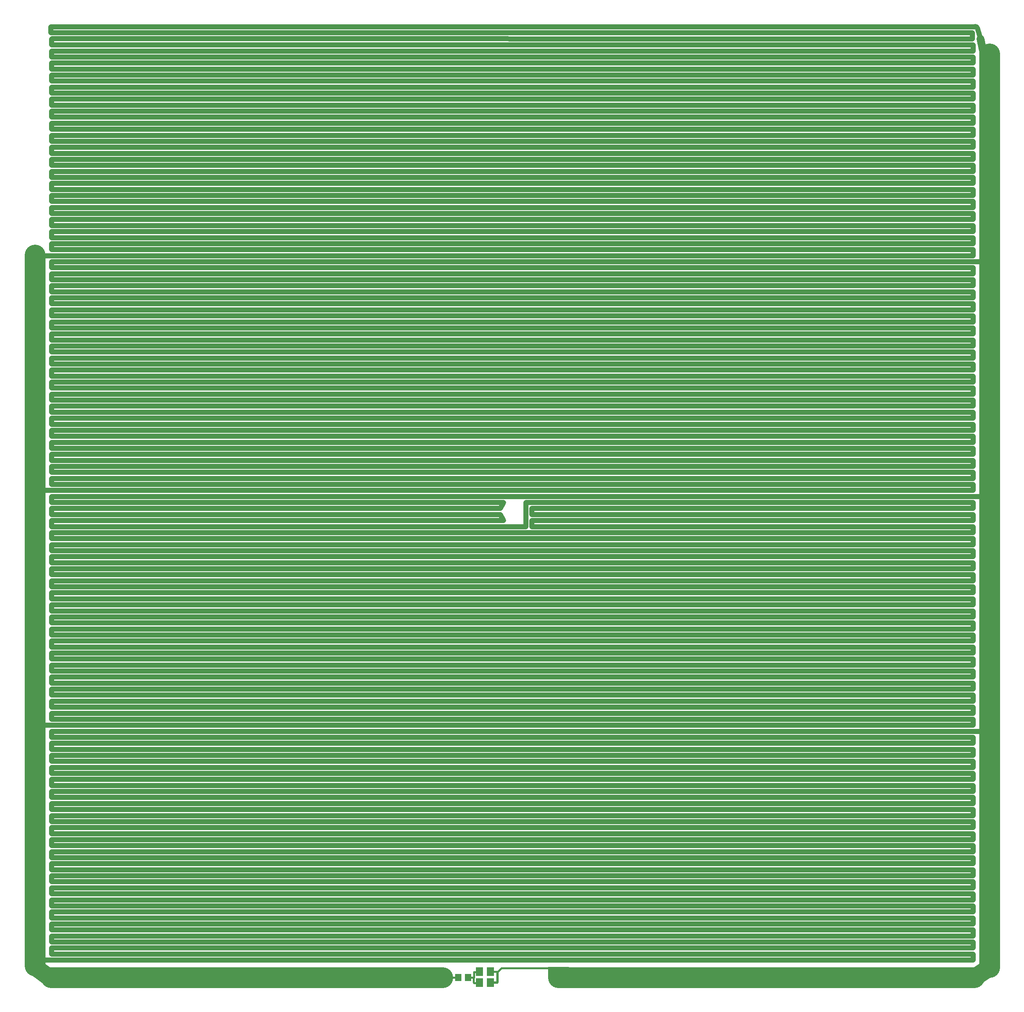
<source format=gbl>
G75*
G70*
%OFA0B0*%
%FSLAX24Y24*%
%IPPOS*%
%LPD*%
%AMOC8*
5,1,8,0,0,1.08239X$1,22.5*
%
%ADD10R,0.0583X0.0630*%
%ADD11R,0.0583X0.0634*%
%ADD12R,0.0850X0.1772*%
%ADD13R,0.0594X0.0756*%
%ADD14R,0.0618X0.0756*%
%ADD15R,0.0480X0.0575*%
%ADD16R,0.0508X0.0587*%
%ADD17R,0.0508X0.0665*%
%ADD18R,0.0524X0.0654*%
%ADD19R,0.0535X0.0697*%
%ADD20R,0.0512X0.0685*%
%ADD21R,0.9583X0.1610*%
%ADD22R,0.9606X0.1646*%
%ADD23C,0.0433*%
%ADD24C,0.1772*%
%ADD25C,0.1299*%
%ADD26C,0.0120*%
%ADD27C,0.0500*%
%ADD28C,0.0660*%
%ADD29C,0.0160*%
%ADD30C,0.1500*%
D10*
X039092Y003176D03*
D11*
X038273Y003178D03*
D12*
G36*
X047660Y004085D02*
X047665Y003236D01*
X045894Y003227D01*
X045889Y004076D01*
X047660Y004085D01*
G37*
D13*
X040074Y003664D03*
X040074Y002751D03*
D14*
X040992Y002751D03*
X040992Y003664D03*
D15*
X038289Y003180D03*
D16*
X039090Y003186D03*
D17*
X040078Y003658D03*
D18*
X041000Y003644D03*
D19*
X040080Y002737D03*
D20*
X040990Y002739D03*
D21*
X031958Y003190D03*
D22*
X051454Y003156D03*
D23*
X003078Y002863D02*
X002212Y003493D01*
X002212Y003572D02*
X003157Y002784D01*
X003196Y004674D02*
X082015Y004674D01*
X082015Y005186D01*
X003708Y005186D01*
X003708Y005698D01*
X082015Y005698D01*
X082015Y006209D01*
X003708Y006209D01*
X003708Y006721D01*
X082015Y006721D01*
X082015Y007233D01*
X003708Y007233D01*
X003708Y007745D01*
X082015Y007745D01*
X082015Y008257D01*
X003708Y008257D01*
X003708Y008769D01*
X082015Y008769D01*
X082015Y009280D01*
X003708Y009280D01*
X003708Y009792D01*
X082015Y009792D01*
X082015Y010304D01*
X003708Y010304D01*
X003708Y010816D01*
X082015Y010816D01*
X082015Y011328D01*
X003708Y011328D01*
X003708Y011839D01*
X082015Y011839D01*
X082015Y012351D01*
X003708Y012351D01*
X003708Y012863D01*
X082015Y012863D01*
X082015Y013375D01*
X003708Y013375D01*
X003708Y013887D01*
X082015Y013887D01*
X082015Y014398D01*
X003708Y014398D01*
X003708Y014910D01*
X082015Y014910D01*
X082015Y015422D01*
X003708Y015422D01*
X003708Y015934D01*
X082015Y015934D01*
X082015Y016446D01*
X003708Y016446D01*
X003708Y016957D01*
X082015Y016957D01*
X082015Y017469D01*
X003708Y017469D01*
X003708Y017981D01*
X082015Y017981D01*
X082015Y018493D01*
X003708Y018493D01*
X003708Y019005D01*
X082015Y019005D01*
X082015Y019517D01*
X003708Y019517D01*
X003708Y020028D01*
X082015Y020028D01*
X082015Y020540D01*
X003708Y020540D01*
X003708Y021052D01*
X082015Y021052D01*
X082015Y021564D01*
X003708Y021564D01*
X003708Y022076D01*
X082015Y022076D01*
X082015Y022587D01*
X003708Y022587D01*
X003708Y023099D01*
X082015Y023099D01*
X082015Y023611D01*
X003708Y023611D01*
X003708Y024123D01*
X082527Y024123D01*
X082015Y024635D02*
X082015Y025146D01*
X003708Y025146D01*
X003708Y025658D01*
X082015Y025658D01*
X082015Y026170D01*
X003708Y026170D01*
X003708Y026682D01*
X082015Y026682D01*
X082015Y027194D01*
X003708Y027194D01*
X003708Y027706D01*
X082015Y027706D01*
X082015Y028217D01*
X003708Y028217D01*
X003708Y028729D01*
X082015Y028729D01*
X082015Y029241D01*
X003708Y029241D01*
X003708Y029753D01*
X082015Y029753D01*
X082015Y030265D01*
X003708Y030265D01*
X003708Y030776D01*
X082015Y030776D01*
X082015Y031288D01*
X003708Y031288D01*
X003708Y031800D01*
X082015Y031800D01*
X082015Y032312D01*
X003708Y032312D01*
X003708Y032824D01*
X082015Y032824D01*
X082015Y033335D01*
X003708Y033335D01*
X003708Y033847D01*
X082015Y033847D01*
X082015Y034359D01*
X003708Y034359D01*
X003708Y034871D01*
X082015Y034871D01*
X082015Y035383D01*
X003708Y035383D01*
X003708Y035894D01*
X082015Y035894D01*
X082015Y036406D01*
X003708Y036406D01*
X003708Y036918D01*
X082015Y036918D01*
X082015Y037430D01*
X003708Y037430D01*
X003708Y037942D01*
X082015Y037942D01*
X082015Y038454D01*
X003708Y038454D01*
X003708Y038965D01*
X082015Y038965D01*
X082015Y039477D01*
X003708Y039477D01*
X003708Y039989D01*
X082015Y039989D01*
X082015Y040501D01*
X003708Y040501D01*
X003708Y041013D01*
X082015Y041013D01*
X082015Y041524D01*
X044495Y041524D01*
X044495Y042036D01*
X082015Y042036D01*
X082015Y042548D01*
X044495Y042548D01*
X044495Y043060D01*
X045046Y043060D01*
X081464Y043060D01*
X082015Y043060D01*
X082015Y043572D01*
X081464Y043572D01*
X044535Y043572D01*
X043983Y043572D01*
X043983Y041524D01*
X003708Y041524D01*
X003708Y042036D01*
X042094Y042036D01*
X041818Y042548D01*
X003708Y042548D01*
X003708Y043060D01*
X041818Y043060D01*
X042094Y043572D01*
X003708Y043572D01*
X003708Y044083D01*
X082527Y044083D01*
X082015Y044595D02*
X082015Y045107D01*
X003708Y045107D01*
X003708Y045619D01*
X082015Y045619D01*
X082015Y046131D01*
X003708Y046131D01*
X003708Y046643D01*
X082015Y046643D01*
X082015Y047154D01*
X003708Y047154D01*
X003708Y047666D01*
X082015Y047666D01*
X082015Y048178D01*
X003708Y048178D01*
X003708Y048690D01*
X082015Y048690D01*
X082015Y049202D01*
X003708Y049202D01*
X003708Y049713D01*
X082015Y049713D01*
X082015Y050225D01*
X003708Y050225D01*
X003708Y050737D01*
X082015Y050737D01*
X082015Y051249D01*
X003708Y051249D01*
X003708Y051761D01*
X082015Y051761D01*
X082015Y052272D01*
X003708Y052272D01*
X003708Y052784D01*
X082015Y052784D01*
X082015Y053296D01*
X003708Y053296D01*
X003708Y053808D01*
X082015Y053808D01*
X082015Y054320D01*
X003708Y054320D01*
X003708Y054831D01*
X082015Y054831D01*
X082015Y055343D01*
X003708Y055343D01*
X003708Y055855D01*
X082015Y055855D01*
X082015Y056367D01*
X003708Y056367D01*
X003708Y056879D01*
X082015Y056879D01*
X082015Y057391D01*
X003708Y057391D01*
X003708Y057902D01*
X082015Y057902D01*
X082015Y058414D01*
X003708Y058414D01*
X003708Y058926D01*
X082015Y058926D01*
X082015Y059438D01*
X003708Y059438D01*
X003708Y059950D01*
X082015Y059950D01*
X082015Y060461D01*
X003708Y060461D01*
X003708Y060973D01*
X082015Y060973D01*
X082015Y061485D01*
X003708Y061485D01*
X003708Y061997D01*
X082015Y061997D01*
X082015Y062509D01*
X003708Y062509D01*
X003708Y063020D01*
X082015Y063020D01*
X082015Y063532D01*
X003708Y063532D01*
X003708Y064044D01*
X082527Y064044D01*
X082015Y064556D02*
X003196Y064556D01*
X003708Y065068D02*
X003708Y065580D01*
X082015Y065580D01*
X082015Y066091D01*
X003708Y066091D01*
X003708Y066603D01*
X082015Y066603D01*
X082015Y067115D01*
X003708Y067115D01*
X003708Y067627D01*
X082015Y067627D01*
X082015Y068139D01*
X003708Y068139D01*
X003708Y068650D01*
X082015Y068650D01*
X082015Y069162D01*
X003708Y069162D01*
X003708Y069674D01*
X082015Y069674D01*
X082015Y070186D01*
X003708Y070186D01*
X003708Y070698D01*
X082015Y070698D01*
X082015Y071209D01*
X003708Y071209D01*
X003708Y071721D01*
X082015Y071721D01*
X082015Y072233D01*
X003708Y072233D01*
X003708Y072745D01*
X082015Y072745D01*
X082015Y073257D01*
X003708Y073257D01*
X003708Y073769D01*
X082015Y073769D01*
X082015Y074280D01*
X003708Y074280D01*
X003708Y074792D01*
X082015Y074792D01*
X082015Y075304D01*
X003708Y075304D01*
X003708Y075816D01*
X082015Y075816D01*
X082015Y076328D01*
X003708Y076328D01*
X003708Y076839D01*
X082015Y076839D01*
X082015Y077351D01*
X003708Y077351D01*
X003708Y077863D01*
X082015Y077863D01*
X082015Y078375D01*
X003708Y078375D01*
X003708Y078887D01*
X082015Y078887D01*
X082015Y079398D01*
X003708Y079398D01*
X003708Y079910D01*
X082015Y079910D01*
X082015Y080422D01*
X003708Y080422D01*
X003708Y080934D01*
X082015Y080934D01*
X082015Y081446D01*
X003708Y081446D01*
X003708Y081957D01*
X082015Y081957D01*
X082015Y082469D01*
X003708Y082469D01*
X003708Y082981D01*
X003728Y082997D02*
X081913Y082989D01*
X081936Y082981D02*
X081936Y083493D01*
X081944Y083501D02*
X003637Y083497D01*
X003629Y083493D02*
X003629Y084005D01*
X003649Y084001D02*
X082298Y083997D01*
X082251Y084005D02*
X082369Y083887D01*
X082645Y082981D01*
X082015Y065068D02*
X082015Y064556D01*
X082015Y065068D02*
X003708Y065068D01*
X003196Y044595D02*
X082015Y044595D01*
X082015Y024635D02*
X003196Y024635D01*
D24*
X002291Y004162D02*
X002291Y064595D01*
X003669Y003178D02*
X036936Y003178D01*
X046779Y003178D02*
X082094Y003178D01*
X083393Y004044D02*
X083393Y081721D01*
D25*
X003669Y003178D02*
X002291Y004162D01*
D26*
X041310Y003686D02*
X041625Y003686D01*
X041625Y003253D01*
X041625Y003213D02*
X041625Y002780D01*
X041625Y002772D02*
X041310Y002772D01*
X082153Y084143D02*
X082154Y084153D01*
X082158Y084163D01*
X082164Y084171D01*
X082173Y084177D01*
X082182Y084181D01*
X082192Y084182D01*
D27*
X083196Y081918D02*
X082999Y081721D01*
X082999Y081524D01*
D28*
X082920Y081564D02*
X082645Y082981D01*
D29*
X046466Y003987D02*
X046454Y003975D01*
X041927Y003975D01*
X041600Y003648D01*
X041580Y003648D01*
X041576Y003664D02*
X041317Y003664D01*
X041576Y003664D02*
X041576Y002802D01*
X041572Y002802D01*
X041576Y002751D02*
X041317Y002751D01*
X039911Y002719D02*
X039584Y002719D01*
X039580Y002770D02*
X039580Y003199D01*
X039584Y003180D02*
X039584Y003625D01*
X039584Y003633D02*
X039911Y003633D01*
X039588Y003180D02*
X039584Y003180D01*
X039273Y003180D01*
X038084Y003168D02*
X038084Y003172D01*
X037785Y003172D01*
D30*
X082094Y003178D02*
X083393Y004044D01*
M02*

</source>
